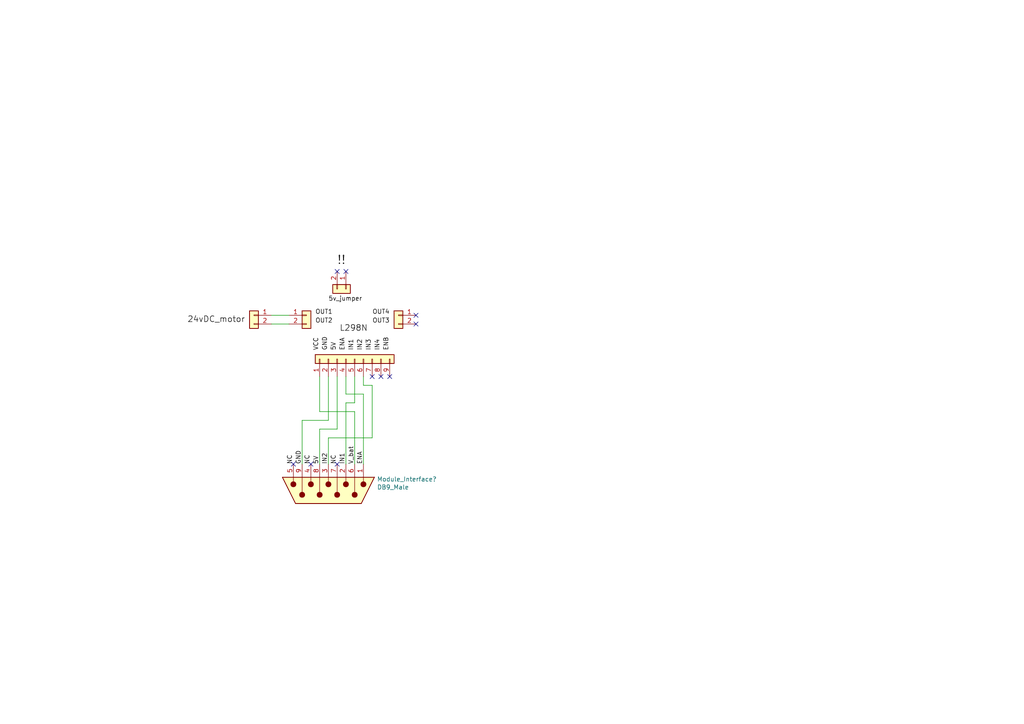
<source format=kicad_sch>
(kicad_sch (version 20211123) (generator eeschema)
  (paper "A4")
  (lib_symbols
    (symbol "Connector:DB9_Male" (pin_names (offset 1.016) hide)
      (property "Reference" "J" (at 0 13.97 0))
      (property "Value" "DB9_Male" (at 0 -14.605 0))
      (symbol "DB9_Male_0_1"
        (circle (center -1.778 -10.16) (radius 0.762) (fill (type outline)))
        (circle (center -1.778 -5.08) (radius 0.762) (fill (type outline)))
        (circle (center -1.778 0) (radius 0.762) (fill (type outline)))
        (circle (center -1.778 5.08) (radius 0.762) (fill (type outline)))
        (circle (center -1.778 10.16) (radius 0.762) (fill (type outline)))
        (polyline (pts (xy -3.81 -10.16) (xy -2.54 -10.16)))
        (polyline (pts (xy -3.81 -7.62) (xy 0.508 -7.62)))
        (polyline (pts (xy -3.81 -5.08) (xy -2.54 -5.08)))
        (polyline (pts (xy -3.81 -2.54) (xy 0.508 -2.54)))
        (polyline (pts (xy -3.81 0) (xy -2.54 0)))
        (polyline (pts (xy -3.81 2.54) (xy 0.508 2.54)))
        (polyline (pts (xy -3.81 5.08) (xy -2.54 5.08)))
        (polyline (pts (xy -3.81 7.62) (xy 0.508 7.62)))
        (polyline (pts (xy -3.81 10.16) (xy -2.54 10.16)))
        (polyline (pts (xy -3.81 -13.335) (xy -3.81 13.335) (xy 3.81 9.525) (xy 3.81 -9.525) (xy -3.81 -13.335)) (stroke (width 0.254)) (fill (type background)))
        (circle (center 1.27 -7.62) (radius 0.762) (fill (type outline)))
        (circle (center 1.27 -2.54) (radius 0.762) (fill (type outline)))
        (circle (center 1.27 2.54) (radius 0.762) (fill (type outline)))
        (circle (center 1.27 7.62) (radius 0.762) (fill (type outline)))
      )
      (symbol "DB9_Male_1_1"
        (pin passive line (at -7.62 -10.16 0) (length 3.81) (name "1") (number "1"))
        (pin passive line (at -7.62 -5.08 0) (length 3.81) (name "2") (number "2"))
        (pin passive line (at -7.62 0 0) (length 3.81) (name "3") (number "3"))
        (pin passive line (at -7.62 5.08 0) (length 3.81) (name "4") (number "4"))
        (pin passive line (at -7.62 10.16 0) (length 3.81) (name "5") (number "5"))
        (pin passive line (at -7.62 -7.62 0) (length 3.81) (name "6") (number "6"))
        (pin passive line (at -7.62 -2.54 0) (length 3.81) (name "7") (number "7"))
        (pin passive line (at -7.62 2.54 0) (length 3.81) (name "8") (number "8"))
        (pin passive line (at -7.62 7.62 0) (length 3.81) (name "9") (number "9"))
      )
    )
    (symbol "Connector_Generic:Conn_01x02" (pin_names (offset 1.016) hide)
      (property "Reference" "J" (at 0 2.54 0))
      (property "Value" "Conn_01x02" (at 0 -5.08 0))
      (symbol "Conn_01x02_1_1"
        (rectangle (start -1.27 -2.413) (end 0 -2.667) (stroke (width 0.1524)))
        (rectangle (start -1.27 0.127) (end 0 -0.127) (stroke (width 0.1524)))
        (rectangle (start -1.27 1.27) (end 1.27 -3.81) (stroke (width 0.254)) (fill (type background)))
        (pin passive line (at -5.08 0 0) (length 3.81) (name "Pin_1") (number "1"))
        (pin passive line (at -5.08 -2.54 0) (length 3.81) (name "Pin_2") (number "2"))
      )
    )
    (symbol "Connector_Generic:Conn_01x09" (pin_names (offset 1.016) hide)
      (property "Reference" "J" (at 0 12.7 0))
      (property "Value" "Conn_01x09" (at 0 -12.7 0))
      (symbol "Conn_01x09_1_1"
        (rectangle (start -1.27 -10.033) (end 0 -10.287) (stroke (width 0.1524)))
        (rectangle (start -1.27 -7.493) (end 0 -7.747) (stroke (width 0.1524)))
        (rectangle (start -1.27 -4.953) (end 0 -5.207) (stroke (width 0.1524)))
        (rectangle (start -1.27 -2.413) (end 0 -2.667) (stroke (width 0.1524)))
        (rectangle (start -1.27 0.127) (end 0 -0.127) (stroke (width 0.1524)))
        (rectangle (start -1.27 2.667) (end 0 2.413) (stroke (width 0.1524)))
        (rectangle (start -1.27 5.207) (end 0 4.953) (stroke (width 0.1524)))
        (rectangle (start -1.27 7.747) (end 0 7.493) (stroke (width 0.1524)))
        (rectangle (start -1.27 10.287) (end 0 10.033) (stroke (width 0.1524)))
        (rectangle (start -1.27 11.43) (end 1.27 -11.43) (stroke (width 0.254)) (fill (type background)))
        (pin passive line (at -5.08 10.16 0) (length 3.81) (name "Pin_1") (number "1"))
        (pin passive line (at -5.08 7.62 0) (length 3.81) (name "Pin_2") (number "2"))
        (pin passive line (at -5.08 5.08 0) (length 3.81) (name "Pin_3") (number "3"))
        (pin passive line (at -5.08 2.54 0) (length 3.81) (name "Pin_4") (number "4"))
        (pin passive line (at -5.08 0 0) (length 3.81) (name "Pin_5") (number "5"))
        (pin passive line (at -5.08 -2.54 0) (length 3.81) (name "Pin_6") (number "6"))
        (pin passive line (at -5.08 -5.08 0) (length 3.81) (name "Pin_7") (number "7"))
        (pin passive line (at -5.08 -7.62 0) (length 3.81) (name "Pin_8") (number "8"))
        (pin passive line (at -5.08 -10.16 0) (length 3.81) (name "Pin_9") (number "9"))
      )
    )
  )
  (no_connect (at 110.49 109.22))
  (no_connect (at 90.17 134.62))
  (no_connect (at 97.79 78.74))
  (no_connect (at 113.03 109.22))
  (no_connect (at 120.65 93.98))
  (no_connect (at 100.33 78.74))
  (no_connect (at 120.65 91.44))
  (no_connect (at 107.95 109.22))
  (no_connect (at 97.79 134.62))
  (no_connect (at 85.09 134.62))
  (wire (pts (xy 92.71 134.62) (xy 92.71 124.46)))
  (wire (pts (xy 102.87 116.84) (xy 102.87 109.22)))
  (wire (pts (xy 102.87 134.62) (xy 102.87 119.38)))
  (wire (pts (xy 97.79 124.46) (xy 97.79 109.22)))
  (wire (pts (xy 105.41 109.22) (xy 105.41 111.76)))
  (wire (pts (xy 107.95 111.76) (xy 107.95 127)))
  (wire (pts (xy 78.74 93.98) (xy 83.82 93.98)))
  (wire (pts (xy 87.63 121.92) (xy 87.63 134.62)))
  (wire (pts (xy 95.25 134.62) (xy 95.25 127)))
  (wire (pts (xy 105.41 114.3) (xy 100.33 114.3)))
  (wire (pts (xy 105.41 111.76) (xy 107.95 111.76)))
  (wire (pts (xy 102.87 119.38) (xy 92.71 119.38)))
  (wire (pts (xy 105.41 134.62) (xy 105.41 114.3)))
  (wire (pts (xy 95.25 121.92) (xy 87.63 121.92)))
  (wire (pts (xy 100.33 134.62) (xy 100.33 116.84)))
  (wire (pts (xy 95.25 127) (xy 107.95 127)))
  (wire (pts (xy 95.25 109.22) (xy 95.25 121.92)))
  (wire (pts (xy 92.71 124.46) (xy 97.79 124.46)))
  (wire (pts (xy 100.33 114.3) (xy 100.33 109.22)))
  (wire (pts (xy 78.74 91.44) (xy 83.82 91.44)))
  (wire (pts (xy 92.71 109.22) (xy 92.71 119.38)))
  (wire (pts (xy 100.33 116.84) (xy 102.87 116.84)))
  (label "!!" (at 100.33 77.47 180) (effects (font (size 2.5 2.5))))
  (label "IN4" (at 110.49 101.6 90))
  (label "L298N" (at 106.68 96.52 180) (effects (font (size 1.7 1.7))))
  (label "IN1" (at 100.33 134.62 90))
  (label "NC" (at 85.09 134.62 90))
  (label "OUT1" (at 91.44 91.44 0))
  (label "NC" (at 90.17 134.62 90))
  (label "ENB" (at 113.03 101.6 90))
  (label "5V" (at 92.71 134.62 90))
  (label "IN2" (at 95.25 134.62 90))
  (label "IN2" (at 105.41 101.6 90))
  (label "OUT4" (at 113.03 91.44 180))
  (label "NC" (at 97.79 134.62 90))
  (label "V_bat" (at 102.87 134.62 90))
  (label "OUT2" (at 91.44 93.98 0))
  (label "ENA" (at 105.41 134.62 90))
  (label "24vDC_motor" (at 71.12 93.98 180) (effects (font (size 1.7 1.7))))
  (label "GND" (at 95.25 101.6 90))
  (label "ENA" (at 100.33 101.6 90))
  (label "VCC" (at 92.71 101.6 90))
  (label "GND" (at 87.63 134.62 90))
  (label "5V" (at 97.79 101.6 90))
  (label "OUT3" (at 113.03 93.98 180))
  (label "IN3" (at 107.95 101.6 90))
  (label "5v_jumper" (at 95.25 87.63 0))
  (label "IN1" (at 102.87 101.6 90))
  (symbol (lib_id "Connector_Generic:Conn_01x02") (at 88.9 91.44 0) (unit 1)
    (property "Reference" "J?" (effects hide))
    (property "Value" "Conn_01x02" (effects hide))
  )
  (symbol (lib_id "Connector_Generic:Conn_01x02") (at 73.66 91.44 0) (mirror y) (unit 1)
    (property "Reference" "J?" (effects hide))
    (property "Value" "Conn_01x02" (effects hide))
  )
  (symbol (lib_id "Connector_Generic:Conn_01x02") (at 100.33 83.82 270) (unit 1)
    (property "Reference" "J?" (effects hide))
    (property "Value" "Conn_01x02" (effects hide))
  )
  (symbol (lib_id "Connector_Generic:Conn_01x02") (at 115.57 91.44 0) (mirror y) (unit 1)
    (property "Reference" "J?" (effects hide))
    (property "Value" "Conn_01x02" (effects hide))
  )
  (symbol (lib_id "Connector_Generic:Conn_01x09") (at 102.87 104.14 90) (unit 1)
    (property "Reference" "J?" (effects hide))
    (property "Value" "Conn_01x09" (effects hide))
  )
  (symbol (lib_id "Connector:DB9_Male") (at 95.25 142.24 90) (mirror x) (unit 1)
    (property "Reference" "Module_Interface?" (at 109.347 138.9888 90) (effects (justify right)))
    (property "Value" "DB9_Male" (at 109.347 141.3002 90) (effects (justify right)))
    (property "Datasheet" " ~" (effects hide))
  )
)
</source>
